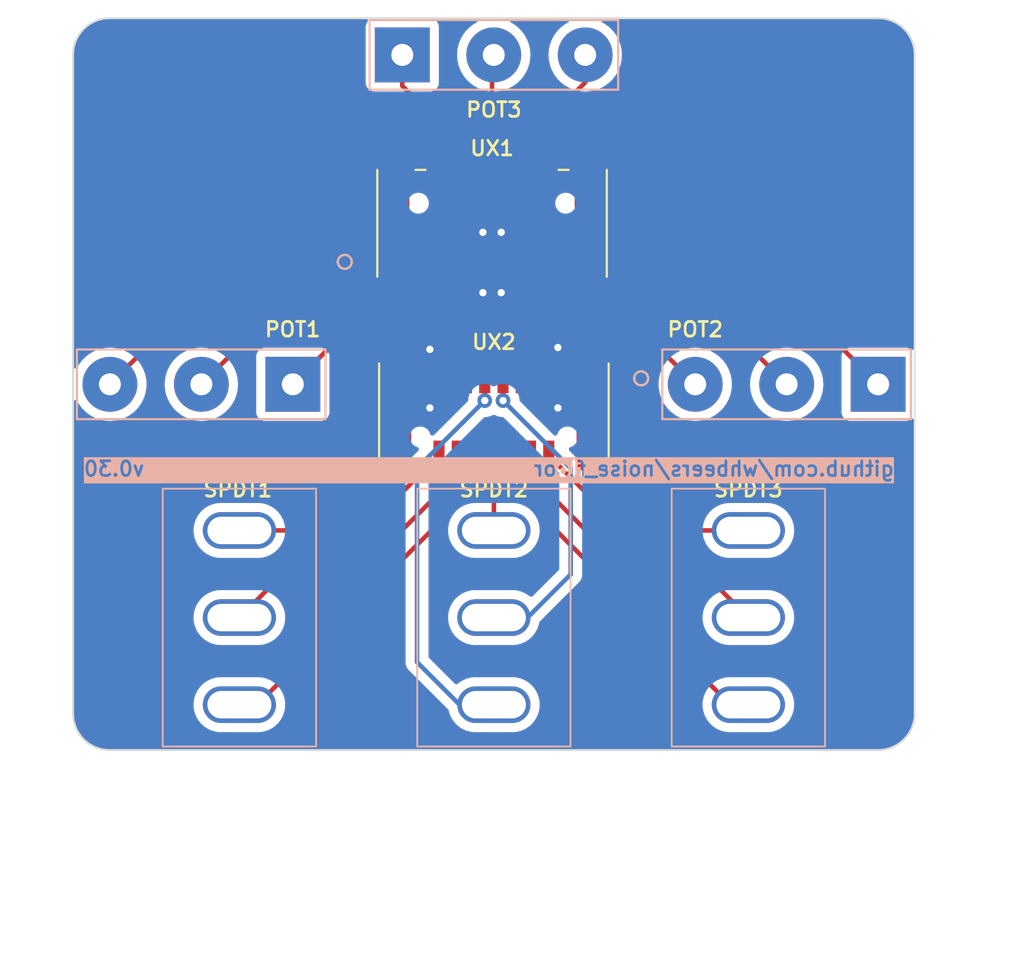
<source format=kicad_pcb>
(kicad_pcb (version 20221018) (generator pcbnew)
  (title_block (title "Noise Floor Interface Boards") (date "2023-03-26") (rev "v0.30") (comment 1 "github.com/whbeers/noise_floor"))
  (layers (0 "F.Cu" signal) (31 "B.Cu" signal) (36 "B.SilkS" user "B.Silkscreen") (37 "F.SilkS" user "F.Silkscreen") (38 "B.Mask" user) (39 "F.Mask" user) (44 "Edge.Cuts" user))
  (net 0 "")
  (net 1 "Board_0-/GND_UX")
  (net 2 "Board_0-/POT1_CCW")
  (net 3 "Board_0-/POT1_CW")
  (net 4 "Board_0-/POT1_WIPER")
  (net 5 "Board_0-/POT2_CCW")
  (net 6 "Board_0-/POT2_CW")
  (net 7 "Board_0-/POT2_WIPER")
  (net 8 "Board_0-/POT3_CCW")
  (net 9 "Board_0-/POT3_CW")
  (net 10 "Board_0-/POT3_WIPER")
  (net 11 "Board_0-/SPDT1_COM")
  (net 12 "Board_0-/SPDT1_NC")
  (net 13 "Board_0-/SPDT1_NO")
  (net 14 "Board_0-/SPDT2_COM")
  (net 15 "Board_0-/SPDT2_NC")
  (net 16 "Board_0-/SPDT2_NO")
  (net 17 "Board_0-/SPDT3_COM")
  (net 18 "Board_0-/SPDT3_NC")
  (net 19 "Board_0-/SPDT3_NO")
  (net 20 "Board_0-unconnected-(J4-Pin_10-Pad10)")
  (net 21 "Board_0-unconnected-(J4-Pin_12-Pad12)")
  (net 22 "Board_0-unconnected-(J4-Pin_4-Pad4)")
  (net 23 "Board_0-unconnected-(J4-Pin_6-Pad6)")
  (net 24 "Board_0-unconnected-(J5-Pin_11-Pad11)")
  (net 25 "Board_0-unconnected-(J5-Pin_13-Pad13)")
  (net 26 "Board_0-unconnected-(J5-Pin_3-Pad3)")
  (net 27 "Board_0-unconnected-(J5-Pin_5-Pad5)")
  (footprint "noise_floor:Amphenol_Receptacle_15pin_10162581-3134115LF" (layer "F.Cu") (at 148.5 41.7918 180)
    (fp_text reference "J5")
    (fp_text value "UX2" (at 0 4.0918 unlocked) (layer "F.SilkS" knockout) (effects (font (size 0.8 0.8))))
    (fp_circle (center -8.0518 2.1082) (end -7.6708 2.1082) (stroke (width 0.12)) (fill none) (layer "B.SilkS"))
    (fp_line (start -6.2738 -2.921) (end -6.2738 2.921) (stroke (width 0.12)) (layer "F.SilkS"))
    (fp_line (start -3.637539 -2.921) (end -4.18846 -2.921) (stroke (width 0.12)) (layer "F.SilkS"))
    (fp_line (start 4.18846 -2.921) (end 3.637539 -2.921) (stroke (width 0.12)) (layer "F.SilkS"))
    (fp_line (start 6.2738 2.921) (end 6.2738 -2.921) (stroke (width 0.12)) (layer "F.SilkS"))
    (fp_circle (center -8.0518 2.1082) (end -7.6708 2.1082) (stroke (width 0.12)) (fill none) (layer "F.SilkS"))
    (pad "" np_thru_hole circle (at -4.0259 -1.09982 180) (size 0.635 0.635) (drill 0.635) (layers "*.Cu" "*.Mask"))
    (pad "" np_thru_hole circle (at 4.0259 -1.09982 180) (size 0.635 0.635) (drill 0.635) (layers "*.Cu" "*.Mask"))
    (pad "1" smd rect (at -3.500001 2.1082 180) (size 0.6096 1.6256) (layers "F.Cu" "F.Paste" "F.Mask") (net 1 "Board_0-/GND_UX"))
    (pad "2" smd rect (at -2.999999 -2.1082 180) (size 0.6096 1.6256) (layers "F.Cu" "F.Paste" "F.Mask") (net 18 "Board_0-/SPDT3_NC"))
    (pad "3" smd rect (at -2.5 2.1082 180) (size 0.6096 1.6256) (layers "F.Cu" "F.Paste" "F.Mask") (net 26 "Board_0-unconnected-(J5-Pin_3-Pad3)"))
    (pad "4" smd rect (at -2.000001 -2.1082 180) (size 0.6096 1.6256) (layers "F.Cu" "F.Paste" "F.Mask") (net 17 "Board_0-/SPDT3_COM"))
    (pad "5" smd rect (at -1.5 2.1082 180) (size 0.6096 1.6256) (layers "F.Cu" "F.Paste" "F.Mask") (net 27 "Board_0-unconnected-(J5-Pin_5-Pad5)"))
    (pad "6" smd rect (at -1.000001 -2.1082 180) (size 0.6096 1.6256) (layers "F.Cu" "F.Paste" "F.Mask") (net 19 "Board_0-/SPDT3_NO"))
    (pad "7" smd rect (at -0.499999 2.1082 180) (size 0.6096 1.6256) (layers "F.Cu" "F.Paste" "F.Mask") (net 14 "Board_0-/SPDT2_COM"))
    (pad "8" smd rect (at 0 -2.1082 180) (size 0.6096 1.6256) (layers "F.Cu" "F.Paste" "F.Mask") (net 15 "Board_0-/SPDT2_NC"))
    (pad "9" smd rect (at 0.499999 2.1082 180) (size 0.6096 1.6256) (layers "F.Cu" "F.Paste" "F.Mask") (net 16 "Board_0-/SPDT2_NO"))
    (pad "10" smd rect (at 1.000001 -2.1082 180) (size 0.6096 1.6256) (layers "F.Cu" "F.Paste" "F.Mask") (net 13 "Board_0-/SPDT1_NO"))
    (pad "11" smd rect (at 1.5 2.1082 180) (size 0.6096 1.6256) (layers "F.Cu" "F.Paste" "F.Mask") (net 24 "Board_0-unconnected-(J5-Pin_11-Pad11)"))
    (pad "12" smd rect (at 2.000001 -2.1082 180) (size 0.6096 1.6256) (layers "F.Cu" "F.Paste" "F.Mask") (net 11 "Board_0-/SPDT1_COM"))
    (pad "13" smd rect (at 2.5 2.1082 180) (size 0.6096 1.6256) (layers "F.Cu" "F.Paste" "F.Mask") (net 25 "Board_0-unconnected-(J5-Pin_13-Pad13)"))
    (pad "14" smd rect (at 2.999999 -2.1082 180) (size 0.6096 1.6256) (layers "F.Cu" "F.Paste" "F.Mask") (net 12 "Board_0-/SPDT1_NC"))
    (pad "15" smd rect (at 3.500001 2.1082 180) (size 0.6096 1.6256) (layers "F.Cu" "F.Paste" "F.Mask") (net 1 "Board_0-/GND_UX"))
    (pad "18" smd rect (at -5.2197 0 180) (size 1.397 5.842) (layers "F.Cu" "F.Paste" "F.Mask"))
    (pad "19" smd rect (at 5.2197 0 180) (size 1.397 5.842) (layers "F.Cu" "F.Paste" "F.Mask"))
  )
  (footprint "noise_floor:Amphenol_Receptacle_15pin_10162581-3134115LF" (layer "F.Cu") (at 148.4 31.2082)
    (fp_text reference "J4")
    (fp_text value "UX1" (at 0 -4.1 unlocked) (layer "F.SilkS" knockout) (effects (font (size 0.8 0.8))))
    (fp_circle (center -8.0518 2.1082) (end -7.6708 2.1082) (stroke (width 0.12)) (fill none) (layer "B.SilkS"))
    (fp_line (start -6.2738 -2.921) (end -6.2738 2.921) (stroke (width 0.12)) (layer "F.SilkS"))
    (fp_line (start -3.637539 -2.921) (end -4.18846 -2.921) (stroke (width 0.12)) (layer "F.SilkS"))
    (fp_line (start 4.18846 -2.921) (end 3.637539 -2.921) (stroke (width 0.12)) (layer "F.SilkS"))
    (fp_line (start 6.2738 2.921) (end 6.2738 -2.921) (stroke (width 0.12)) (layer "F.SilkS"))
    (fp_circle (center -8.0518 2.1082) (end -7.6708 2.1082) (stroke (width 0.12)) (fill none) (layer "F.SilkS"))
    (pad "" np_thru_hole circle (at -4.0259 -1.09982) (size 0.635 0.635) (drill 0.635) (layers "*.Cu" "*.Mask"))
    (pad "" np_thru_hole circle (at 4.0259 -1.09982) (size 0.635 0.635) (drill 0.635) (layers "*.Cu" "*.Mask"))
    (pad "1" smd rect (at -3.500001 2.1082) (size 0.6096 1.6256) (layers "F.Cu" "F.Paste" "F.Mask") (net 3 "Board_0-/POT1_CW"))
    (pad "2" smd rect (at -2.999999 -2.1082) (size 0.6096 1.6256) (layers "F.Cu" "F.Paste" "F.Mask") (net 8 "Board_0-/POT3_CCW"))
    (pad "3" smd rect (at -2.5 2.1082) (size 0.6096 1.6256) (layers "F.Cu" "F.Paste" "F.Mask") (net 4 "Board_0-/POT1_WIPER"))
    (pad "4" smd rect (at -2.000001 -2.1082) (size 0.6096 1.6256) (layers "F.Cu" "F.Paste" "F.Mask") (net 22 "Board_0-unconnected-(J4-Pin_4-Pad4)"))
    (pad "5" smd rect (at -1.5 2.1082) (size 0.6096 1.6256) (layers "F.Cu" "F.Paste" "F.Mask") (net 2 "Board_0-/POT1_CCW"))
    (pad "6" smd rect (at -1.000001 -2.1082) (size 0.6096 1.6256) (layers "F.Cu" "F.Paste" "F.Mask") (net 23 "Board_0-unconnected-(J4-Pin_6-Pad6)"))
    (pad "7" smd rect (at -0.499999 2.1082) (size 0.6096 1.6256) (layers "F.Cu" "F.Paste" "F.Mask") (net 1 "Board_0-/GND_UX"))
    (pad "8" smd rect (at 0 -2.1082) (size 0.6096 1.6256) (layers "F.Cu" "F.Paste" "F.Mask") (net 10 "Board_0-/POT3_WIPER"))
    (pad "9" smd rect (at 0.499999 2.1082) (size 0.6096 1.6256) (layers "F.Cu" "F.Paste" "F.Mask") (net 1 "Board_0-/GND_UX"))
    (pad "10" smd rect (at 1.000001 -2.1082) (size 0.6096 1.6256) (layers "F.Cu" "F.Paste" "F.Mask") (net 20 "Board_0-unconnected-(J4-Pin_10-Pad10)"))
    (pad "11" smd rect (at 1.5 2.1082) (size 0.6096 1.6256) (layers "F.Cu" "F.Paste" "F.Mask") (net 6 "Board_0-/POT2_CW"))
    (pad "12" smd rect (at 2.000001 -2.1082) (size 0.6096 1.6256) (layers "F.Cu" "F.Paste" "F.Mask") (net 21 "Board_0-unconnected-(J4-Pin_12-Pad12)"))
    (pad "13" smd rect (at 2.5 2.1082) (size 0.6096 1.6256) (layers "F.Cu" "F.Paste" "F.Mask") (net 7 "Board_0-/POT2_WIPER"))
    (pad "14" smd rect (at 2.999999 -2.1082) (size 0.6096 1.6256) (layers "F.Cu" "F.Paste" "F.Mask") (net 9 "Board_0-/POT3_CW"))
    (pad "15" smd rect (at 3.500001 2.1082) (size 0.6096 1.6256) (layers "F.Cu" "F.Paste" "F.Mask") (net 5 "Board_0-/POT2_CCW"))
    (pad "18" smd rect (at -5.2197 0) (size 1.397 5.842) (layers "F.Cu" "F.Paste" "F.Mask"))
    (pad "19" smd rect (at 5.2197 0) (size 1.397 5.842) (layers "F.Cu" "F.Paste" "F.Mask"))
  )
  (footprint "noise_floor:Potentiometer_Single_3_Horizontal" (layer "B.Cu") (at 148.5 25.81)
    (fp_text reference "RV3")
    (fp_text value "POT3" (at 0 -0.81 unlocked) (layer "F.SilkS" knockout) (effects (font (size 0.8 0.8))))
    (fp_line (start -6.7945 -1.905) (end -6.7945 -5.715) (stroke (width 0.12)) (layer "B.SilkS"))
    (fp_line (start 6.7945 -5.715) (end -6.7945 -5.715) (stroke (width 0.12)) (layer "B.SilkS"))
    (fp_line (start 6.7945 -1.905) (end -6.7945 -1.905) (stroke (width 0.12)) (layer "B.SilkS"))
    (fp_line (start 6.7945 -1.905) (end 6.7945 -5.715) (stroke (width 0.12)) (layer "B.SilkS"))
    (pad "1" thru_hole rect (at -5.0075 -3.81 90) (size 3 3) (drill 1.2) (layers "*.Cu" "*.Mask") (net 8 "Board_0-/POT3_CCW"))
    (pad "2" thru_hole circle (at -0.0075 -3.81 90) (size 3 3) (drill 1.2) (layers "*.Cu" "*.Mask") (net 10 "Board_0-/POT3_WIPER"))
    (pad "3" thru_hole circle (at 4.9925 -3.81 90) (size 3 3) (drill 1.2) (layers "*.Cu" "*.Mask") (net 9 "Board_0-/POT3_CW"))
  )
  (footprint "noise_floor:Potentiometer_Single_3_Horizontal" (layer "B.Cu") (at 164.5 36.2 180)
    (fp_text reference "RV2")
    (fp_text value "POT2" (at 4.9925 -0.81 unlocked) (layer "F.SilkS" knockout) (effects (font (size 0.8 0.8))))
    (fp_line (start -6.7945 -1.905) (end -6.7945 -5.715) (stroke (width 0.12)) (layer "B.SilkS"))
    (fp_line (start 6.7945 -5.715) (end -6.7945 -5.715) (stroke (width 0.12)) (layer "B.SilkS"))
    (fp_line (start 6.7945 -1.905) (end -6.7945 -1.905) (stroke (width 0.12)) (layer "B.SilkS"))
    (fp_line (start 6.7945 -1.905) (end 6.7945 -5.715) (stroke (width 0.12)) (layer "B.SilkS"))
    (pad "1" thru_hole rect (at -5.0075 -3.81 270) (size 3 3) (drill 1.2) (layers "*.Cu" "*.Mask") (net 5 "Board_0-/POT2_CCW"))
    (pad "2" thru_hole circle (at -0.0075 -3.81 270) (size 3 3) (drill 1.2) (layers "*.Cu" "*.Mask") (net 7 "Board_0-/POT2_WIPER"))
    (pad "3" thru_hole circle (at 4.9925 -3.81 270) (size 3 3) (drill 1.2) (layers "*.Cu" "*.Mask") (net 6 "Board_0-/POT2_CW"))
  )
  (footprint "noise_floor:SW_SPDT_SOLDER_LUGS" (layer "B.Cu") (at 162.413 52.7625 180)
    (fp_text reference "SW3")
    (fp_text value "SPDT3" (at 0 7 unlocked) (layer "F.SilkS" knockout) (effects (font (size 0.8 0.8))))
    (fp_rect (start -4.191 7.0485) (end 4.191 -7.0485) (stroke (width 0.1)) (fill none) (layer "B.SilkS"))
    (pad "1" thru_hole oval (at 0 4.7625 180) (size 4 2) (drill oval 3.5 1.5) (layers "*.Cu" "*.Mask") (net 18 "Board_0-/SPDT3_NC"))
    (pad "2" thru_hole oval (at 0 0 180) (size 4 2) (drill oval 3.5 1.5) (layers "*.Cu" "*.Mask") (net 17 "Board_0-/SPDT3_COM"))
    (pad "3" thru_hole oval (at 0 -4.7625 180) (size 4 2) (drill oval 3.5 1.5) (layers "*.Cu" "*.Mask") (net 19 "Board_0-/SPDT3_NO"))
  )
  (footprint "noise_floor:SW_SPDT_SOLDER_LUGS" (layer "B.Cu") (at 134.587 52.7625 180)
    (fp_text reference "SW1")
    (fp_text value "SPDT1" (at 0.087 7 unlocked) (layer "F.SilkS" knockout) (effects (font (size 0.8 0.8))))
    (fp_rect (start -4.191 7.0485) (end 4.191 -7.0485) (stroke (width 0.1)) (fill none) (layer "B.SilkS"))
    (pad "1" thru_hole oval (at 0 4.7625 180) (size 4 2) (drill oval 3.5 1.5) (layers "*.Cu" "*.Mask") (net 12 "Board_0-/SPDT1_NC"))
    (pad "2" thru_hole oval (at 0 0 180) (size 4 2) (drill oval 3.5 1.5) (layers "*.Cu" "*.Mask") (net 11 "Board_0-/SPDT1_COM"))
    (pad "3" thru_hole oval (at 0 -4.7625 180) (size 4 2) (drill oval 3.5 1.5) (layers "*.Cu" "*.Mask") (net 13 "Board_0-/SPDT1_NO"))
  )
  (footprint "noise_floor:SW_SPDT_SOLDER_LUGS" (layer "B.Cu") (at 148.5 52.7625 180)
    (fp_text reference "SW2")
    (fp_text value "SPDT2" (at 0 7 unlocked) (layer "F.SilkS" knockout) (effects (font (size 0.8 0.8))))
    (fp_rect (start -4.191 7.0485) (end 4.191 -7.0485) (stroke (width 0.1)) (fill none) (layer "B.SilkS"))
    (pad "1" thru_hole oval (at 0 4.7625 180) (size 4 2) (drill oval 3.5 1.5) (layers "*.Cu" "*.Mask") (net 15 "Board_0-/SPDT2_NC"))
    (pad "2" thru_hole oval (at 0 0 180) (size 4 2) (drill oval 3.5 1.5) (layers "*.Cu" "*.Mask") (net 14 "Board_0-/SPDT2_COM"))
    (pad "3" thru_hole oval (at 0 -4.7625 180) (size 4 2) (drill oval 3.5 1.5) (layers "*.Cu" "*.Mask") (net 16 "Board_0-/SPDT2_NO"))
  )
  (footprint "noise_floor:Potentiometer_Single_3_Horizontal" (layer "B.Cu") (at 132.5 36.2 180)
    (fp_text reference "RV1")
    (fp_text value "POT1" (at -5 -0.81 unlocked) (layer "F.SilkS" knockout) (effects (font (size 0.8 0.8))))
    (fp_line (start -6.7945 -1.905) (end -6.7945 -5.715) (stroke (width 0.12)) (layer "B.SilkS"))
    (fp_line (start 6.7945 -5.715) (end -6.7945 -5.715) (stroke (width 0.12)) (layer "B.SilkS"))
    (fp_line (start 6.7945 -1.905) (end -6.7945 -1.905) (stroke (width 0.12)) (layer "B.SilkS"))
    (fp_line (start 6.7945 -1.905) (end 6.7945 -5.715) (stroke (width 0.12)) (layer "B.SilkS"))
    (pad "1" thru_hole rect (at -5.0075 -3.81 270) (size 3 3) (drill 1.2) (layers "*.Cu" "*.Mask") (net 2 "Board_0-/POT1_CCW"))
    (pad "2" thru_hole circle (at -0.0075 -3.81 270) (size 3 3) (drill 1.2) (layers "*.Cu" "*.Mask") (net 4 "Board_0-/POT1_WIPER"))
    (pad "3" thru_hole circle (at 4.9925 -3.81 270) (size 3 3) (drill 1.2) (layers "*.Cu" "*.Mask") (net 3 "Board_0-/POT1_CW"))
  )
  (gr_line (start 127.398701 20.002566) (end 127.5 20) (stroke (width 0.1)) (layer "Edge.Cuts"))
  (gr_line (start 125.5 58) (end 125.5 22) (stroke (width 0.1)) (layer "Edge.Cuts"))
  (gr_line (start 171.5 58) (end 171.5 58) (stroke (width 0.1)) (layer "Edge.Cuts"))
  (gr_arc (start 125.5 22) (mid 126.050414 20.622066) (end 127.398701 20.002566) (stroke (width 0.1)) (layer "Edge.Cuts"))
  (gr_arc (start 127.5 60) (mid 126.122066 59.449585) (end 125.502566 58.101298) (stroke (width 0.1)) (layer "Edge.Cuts"))
  (gr_line (start 127.5 20) (end 169.5 20) (stroke (width 0.1)) (layer "Edge.Cuts"))
  (gr_line (start 169.5 60) (end 127.5 60) (stroke (width 0.1)) (layer "Edge.Cuts"))
  (gr_line (start 169.601298 59.997433) (end 169.5 60) (stroke (width 0.1)) (layer "Edge.Cuts"))
  (gr_line (start 171.5 22) (end 171.5 58) (stroke (width 0.1)) (layer "Edge.Cuts"))
  (gr_arc (start 169.5 20) (mid 170.877933 20.550414) (end 171.497433 21.898701) (stroke (width 0.1)) (layer "Edge.Cuts"))
  (gr_arc (start 171.5 58) (mid 170.949585 59.377933) (end 169.601298 59.997433) (stroke (width 0.1)) (layer "Edge.Cuts"))
  (gr_line (start 125.502566 58.101298) (end 125.5 58) (stroke (width 0.1)) (layer "Edge.Cuts"))
  (gr_line (start 171.497433 21.898701) (end 171.5 22) (stroke (width 0.1)) (layer "Edge.Cuts"))
  (gr_text "    ${COMMENT1}                                   ${REVISION}    " (at 172.9 45.1) (layer "B.SilkS" knockout) (effects (font (size 0.8 0.8)) (justify left bottom mirror)))
  (segment (start 148.899999 33.3164) (end 148.9 35) (width 0.25) (layer "F.Cu") (net 1))
  (segment (start 144.999999 39.6836) (end 145 41.3) (width 0.25) (layer "F.Cu") (net 1))
  (segment (start 152.000001 39.6836) (end 152 41.3) (width 0.25) (layer "F.Cu") (net 1))
  (segment (start 148.899999 33.3164) (end 147.900001 33.3164) (width 0.25) (layer "F.Cu") (net 1))
  (segment (start 148.9 31.7) (end 148.899999 33.3164) (width 0.25) (layer "F.Cu") (net 1))
  (segment (start 152 38) (end 152.000001 39.6836) (width 0.25) (layer "F.Cu") (net 1))
  (segment (start 147.900001 33.3164) (end 147.9 31.7) (width 0.25) (layer "F.Cu") (net 1))
  (segment (start 147.9 35) (end 147.900001 33.3164) (width 0.25) (layer "F.Cu") (net 1))
  (segment (start 145 38.1) (end 144.999999 39.6836) (width 0.25) (layer "F.Cu") (net 1))
  (via (at 145 38.1) (size 0.8) (drill 0.4) (layers "F.Cu" "B.Cu") (net 1))
  (via (at 148.9 31.7) (size 0.8) (drill 0.4) (layers "F.Cu" "B.Cu") (net 1))
  (via (at 147.9 31.7) (size 0.8) (drill 0.4) (layers "F.Cu" "B.Cu") (net 1))
  (via (at 145 41.3) (size 0.8) (drill 0.4) (layers "F.Cu" "B.Cu") (net 1))
  (via (at 152 41.3) (size 0.8) (drill 0.4) (layers "F.Cu" "B.Cu") (net 1))
  (via (at 148.9 35) (size 0.8) (drill 0.4) (layers "F.Cu" "B.Cu") (net 1))
  (via (at 147.9 35) (size 0.8) (drill 0.4) (layers "F.Cu" "B.Cu") (net 1))
  (via (at 152 38) (size 0.8) (drill 0.4) (layers "F.Cu" "B.Cu") (net 1))
  (segment (start 146.9 34.8) (end 143.8 37.9) (width 0.25) (layer "F.Cu") (net 2))
  (segment (start 143.8 37.9) (end 139.6175 37.9) (width 0.25) (layer "F.Cu") (net 2))
  (segment (start 146.9 33.3164) (end 146.9 34.8) (width 0.25) (layer "F.Cu") (net 2))
  (segment (start 139.6175 37.9) (end 137.5075 40.01) (width 0.25) (layer "F.Cu") (net 2))
  (segment (start 132.9175 34.6) (end 127.5075 40.01) (width 0.25) (layer "F.Cu") (net 3))
  (segment (start 144.124399 34.6) (end 132.9175 34.6) (width 0.25) (layer "F.Cu") (net 3))
  (segment (start 144.899999 33.8244) (end 144.124399 34.6) (width 0.25) (layer "F.Cu") (net 3))
  (segment (start 144.899999 33.3164) (end 144.899999 33.8244) (width 0.25) (layer "F.Cu") (net 3))
  (segment (start 131.31 40.01) (end 132.5075 40.01) (width 0.25) (layer "F.Cu") (net 4))
  (segment (start 144.1 36.2) (end 136.3175 36.2) (width 0.25) (layer "F.Cu") (net 4))
  (segment (start 136.3175 36.2) (end 132.5075 40.01) (width 0.25) (layer "F.Cu") (net 4))
  (segment (start 145.9 34.4) (end 144.1 36.2) (width 0.25) (layer "F.Cu") (net 4))
  (segment (start 145.9 33.3164) (end 145.9 34.4) (width 0.25) (layer "F.Cu") (net 4))
  (segment (start 151.900001 33.8244) (end 152.675601 34.6) (width 0.25) (layer "F.Cu") (net 5))
  (segment (start 152.675601 34.6) (end 164.0975 34.6) (width 0.25) (layer "F.Cu") (net 5))
  (segment (start 164.0975 34.6) (end 169.5075 40.01) (width 0.25) (layer "F.Cu") (net 5))
  (segment (start 151.900001 33.3164) (end 151.900001 33.8244) (width 0.25) (layer "F.Cu") (net 5))
  (segment (start 149.9 33.3164) (end 149.9 34.8) (width 0.25) (layer "F.Cu") (net 6))
  (segment (start 157.3975 37.9) (end 159.5075 40.01) (width 0.25) (layer "F.Cu") (net 6))
  (segment (start 149.9 34.8) (end 153 37.9) (width 0.25) (layer "F.Cu") (net 6))
  (segment (start 153 37.9) (end 157.3975 37.9) (width 0.25) (layer "F.Cu") (net 6))
  (segment (start 160.6975 36.2) (end 164.5075 40.01) (width 0.25) (layer "F.Cu") (net 7))
  (segment (start 150.9 34.3792) (end 152.7208 36.2) (width 0.25) (layer "F.Cu") (net 7))
  (segment (start 150.9 33.3164) (end 150.9 34.3792) (width 0.25) (layer "F.Cu") (net 7))
  (segment (start 152.7208 36.2) (end 160.6975 36.2) (width 0.25) (layer "F.Cu") (net 7))
  (segment (start 143.4925 22) (end 143.4925 23.6925) (width 0.25) (layer "F.Cu") (net 8))
  (segment (start 145.400001 25.600001) (end 145.400001 29.1) (width 0.25) (layer "F.Cu") (net 8))
  (segment (start 143.4925 23.6925) (end 145.400001 25.600001) (width 0.25) (layer "F.Cu") (net 8))
  (segment (start 151.399999 25.600001) (end 151.399999 29.1) (width 0.25) (layer "F.Cu") (net 9))
  (segment (start 153.4925 22) (end 153.4925 23.5075) (width 0.25) (layer "F.Cu") (net 9))
  (segment (start 153.4925 23.5075) (end 151.399999 25.600001) (width 0.25) (layer "F.Cu") (net 9))
  (segment (start 148.4925 22) (end 148.4 22.0925) (width 0.25) (layer "F.Cu") (net 10))
  (segment (start 148.4 22.0925) (end 148.4 29.1) (width 0.25) (layer "F.Cu") (net 10))
  (segment (start 141.462799 50) (end 137.3495 50) (width 0.25) (layer "F.Cu") (net 11))
  (segment (start 137.3495 50) (end 134.587 52.7625) (width 0.25) (layer "F.Cu") (net 11))
  (segment (start 146.499999 43.9) (end 146.499999 44.9628) (width 0.25) (layer "F.Cu") (net 11))
  (segment (start 146.499999 44.9628) (end 141.462799 50) (width 0.25) (layer "F.Cu") (net 11))
  (segment (start 145.500001 43.9) (end 141.400001 48) (width 0.25) (layer "F.Cu") (net 12))
  (segment (start 141.400001 48) (end 134.587 48) (width 0.25) (layer "F.Cu") (net 12))
  (segment (start 135.5628 57.525) (end 134.587 57.525) (width 0.25) (layer "F.Cu") (net 13))
  (segment (start 147.499999 43.9) (end 147.499999 45.587801) (width 0.25) (layer "F.Cu") (net 13))
  (segment (start 147.499999 45.587801) (end 135.5628 57.525) (width 0.25) (layer "F.Cu") (net 13))
  (segment (start 148.999999 40.899504) (end 148.999503 40.9) (width 0.25) (layer "F.Cu") (net 14))
  (segment (start 148.999999 39.6836) (end 148.999999 40.899504) (width 0.25) (layer "F.Cu") (net 14))
  (via (at 148.999503 40.9) (size 0.8) (drill 0.4) (layers "F.Cu" "B.Cu") (net 14))
  (segment (start 152.7 44.600497) (end 152.7 50.4) (width 0.25) (layer "B.Cu") (net 14))
  (segment (start 150.3375 52.7625) (end 148.5 52.7625) (width 0.25) (layer "B.Cu") (net 14))
  (segment (start 148.999503 40.9) (end 152.7 44.600497) (width 0.25) (layer "B.Cu") (net 14))
  (segment (start 152.7 50.4) (end 150.3375 52.7625) (width 0.25) (layer "B.Cu") (net 14))
  (segment (start 148.5 43.9) (end 148.5 48) (width 0.25) (layer "F.Cu") (net 15))
  (segment (start 148.000001 39.6836) (end 148 40.9) (width 0.25) (layer "F.Cu") (net 16))
  (via (at 148 40.9) (size 0.8) (drill 0.4) (layers "F.Cu" "B.Cu") (net 16))
  (segment (start 144.3 44.6) (end 144.3 55.2) (width 0.25) (layer "B.Cu") (net 16))
  (segment (start 148 40.9) (end 144.3 44.6) (width 0.25) (layer "B.Cu") (net 16))
  (segment (start 146.625 57.525) (end 148.5 57.525) (width 0.25) (layer "B.Cu") (net 16))
  (segment (start 144.3 55.2) (end 146.625 57.525) (width 0.25) (layer "B.Cu") (net 16))
  (segment (start 150.500001 43.9) (end 150.500001 44.9628) (width 0.25) (layer "F.Cu") (net 17))
  (segment (start 150.500001 44.9628) (end 155.537201 50) (width 0.25) (layer "F.Cu") (net 17))
  (segment (start 155.537201 50) (end 159.6505 50) (width 0.25) (layer "F.Cu") (net 17))
  (segment (start 159.6505 50) (end 162.413 52.7625) (width 0.25) (layer "F.Cu") (net 17))
  (segment (start 155.599999 48) (end 162.413 48) (width 0.25) (layer "F.Cu") (net 18))
  (segment (start 151.499999 43.9) (end 155.599999 48) (width 0.25) (layer "F.Cu") (net 18))
  (segment (start 149.500001 43.9) (end 149.500001 45.600001) (width 0.25) (layer "F.Cu") (net 19))
  (segment (start 161.425 57.525) (end 162.413 57.525) (width 0.25) (layer "F.Cu") (net 19))
  (segment (start 149.500001 45.600001) (end 161.425 57.525) (width 0.25) (layer "F.Cu") (net 19))
  (zone (net 1) (net_name "Board_0-/GND_UX") (layer "B.Cu") (connect_pads thru_hole_only (clearance 0.5)) (min_thickness 0.25) (fill yes (thermal_gap 0.5) (thermal_bridge_width 0.5))
    (polygon (pts (xy 121.5 19) (xy 177.5 19) (xy 177.5 71.95) (xy 121.5 72)))
  )
)
</source>
